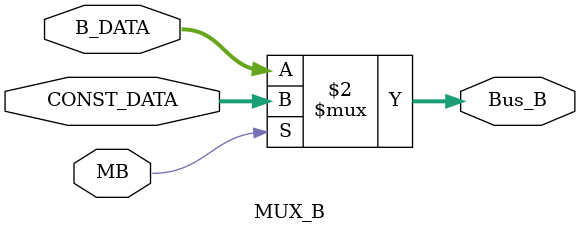
<source format=v>
`timescale 1ns / 1ps

module MUX_B(
			input MB,
			input [31:0] CONST_DATA, B_DATA,
			output [31:0] Bus_B
			);

assign Bus_B = (!MB)? B_DATA : CONST_DATA;

endmodule
</source>
